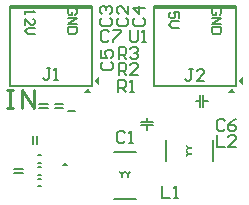
<source format=gbr>
%TF.GenerationSoftware,Altium Limited,Altium Designer,23.4.1 (23)*%
G04 Layer_Color=65535*
%FSLAX45Y45*%
%MOMM*%
%TF.SameCoordinates,30DB59E4-3B06-4861-84B7-939192905612*%
%TF.FilePolarity,Positive*%
%TF.FileFunction,Legend,Top*%
%TF.Part,Single*%
G01*
G75*
%TA.AperFunction,NonConductor*%
%ADD30C,0.25400*%
%ADD33C,0.15000*%
%ADD34C,0.20000*%
G36*
X525000Y348589D02*
X557158Y310000D01*
X492843D01*
X525000Y348589D01*
D02*
G37*
G36*
X713920Y969294D02*
X746078Y930706D01*
X681763D01*
X713920Y969294D01*
D02*
G37*
G36*
X770705Y1028921D02*
X809293Y1061079D01*
Y996764D01*
X770705Y1028921D01*
D02*
G37*
G36*
X1933921Y969294D02*
X1966079Y930706D01*
X1901764D01*
X1933921Y969294D01*
D02*
G37*
G36*
X1990705Y1028921D02*
X2029294Y1061079D01*
Y996764D01*
X1990705Y1028921D01*
D02*
G37*
D30*
X35400Y957751D02*
X86183D01*
X60792D01*
Y805400D01*
X35400D01*
X86183D01*
X162359D02*
Y957751D01*
X263926Y805400D01*
Y957751D01*
D33*
X1594846Y416097D02*
G03*
X1550849Y396884I-14797J-26097D01*
G01*
X1594804Y466093D02*
G03*
X1595091Y414072I-14804J-26093D01*
G01*
X1550438Y483752D02*
G03*
X1594812Y464037I29342J6247D01*
G01*
X1006097Y215154D02*
G03*
X986884Y259151I-26097J14797D01*
G01*
X1056093Y215196D02*
G03*
X1004072Y214909I-26093J14804D01*
G01*
X1073752Y259562D02*
G03*
X1054038Y215188I6247J-29342D01*
G01*
X1280000Y1645000D02*
X1970000D01*
Y990000D02*
Y1670000D01*
X1280000D02*
X1970000D01*
X1280000Y990000D02*
Y1670000D01*
Y990000D02*
X1970000D01*
X298000Y302000D02*
X322000D01*
X298000Y238000D02*
X322000D01*
X298000Y338000D02*
X322000D01*
X298000Y402000D02*
X322000D01*
X550000Y780000D02*
X610000D01*
X435000Y835000D02*
X505000D01*
X435000Y805000D02*
X505000D01*
X298000Y202000D02*
X322000D01*
X298000Y138000D02*
X322000D01*
X95000Y285000D02*
X165000D01*
X95000Y255000D02*
X165000D01*
X255000Y495000D02*
Y565000D01*
X285000Y495000D02*
Y565000D01*
X305000Y835000D02*
X375000D01*
X305000Y805000D02*
X375000D01*
X1220000Y655000D02*
X1220073Y620000D01*
Y685000D02*
Y720000D01*
X1170000Y685000D02*
X1270000D01*
X1170000Y655000D02*
X1270000D01*
X1630000Y859927D02*
X1665000Y860000D01*
X1695000Y859927D02*
X1730000D01*
X1695000Y810000D02*
Y910000D01*
X1665000Y810000D02*
Y910000D01*
X1380000Y350000D02*
Y530000D01*
X1780000Y350000D02*
Y530000D01*
X940000Y430000D02*
X1120000D01*
X940000Y30000D02*
X1120000D01*
X59999Y1645000D02*
X749999D01*
Y990000D02*
Y1670000D01*
X59999D02*
X749999D01*
X59999Y990000D02*
Y1670000D01*
Y990000D02*
X749999D01*
X1484974Y1561684D02*
Y1615000D01*
X1444987D01*
X1458316Y1588342D01*
Y1575013D01*
X1444987Y1561684D01*
X1418329D01*
X1405000Y1575013D01*
Y1601671D01*
X1418329Y1615000D01*
X1484974Y1535026D02*
X1431658D01*
X1405000Y1508368D01*
X1431658Y1481710D01*
X1484974D01*
X184999Y1625000D02*
Y1598342D01*
Y1611671D01*
X264974D01*
X251645Y1625000D01*
X184999Y1505039D02*
Y1558355D01*
X238315Y1505039D01*
X251645D01*
X264974Y1518368D01*
Y1545026D01*
X251645Y1558355D01*
X264974Y1478381D02*
X211657D01*
X184999Y1451723D01*
X211657Y1425064D01*
X264974D01*
X1831645Y1591684D02*
X1844974Y1605013D01*
Y1631671D01*
X1831645Y1645000D01*
X1778329D01*
X1765000Y1631671D01*
Y1605013D01*
X1778329Y1591684D01*
X1804987D01*
Y1618342D01*
X1765000Y1565026D02*
X1844974D01*
X1765000Y1511710D01*
X1844974D01*
Y1485052D02*
X1765000D01*
Y1445064D01*
X1778329Y1431736D01*
X1831645D01*
X1844974Y1445064D01*
Y1485052D01*
X611645Y1591684D02*
X624974Y1605013D01*
Y1631671D01*
X611645Y1645000D01*
X558329D01*
X544999Y1631671D01*
Y1605013D01*
X558329Y1591684D01*
X584987D01*
Y1618342D01*
X544999Y1565026D02*
X624974D01*
X544999Y1511710D01*
X624974D01*
Y1485052D02*
X544999D01*
Y1445064D01*
X558329Y1431736D01*
X611645D01*
X624974Y1445064D01*
Y1485052D01*
D34*
X1603339Y1129984D02*
X1570016D01*
X1586678D01*
Y1046678D01*
X1570016Y1030016D01*
X1553355D01*
X1536694Y1046678D01*
X1703306Y1030016D02*
X1636661D01*
X1703306Y1096661D01*
Y1113323D01*
X1686645Y1129984D01*
X1653323D01*
X1636661Y1113323D01*
X976693Y1080016D02*
Y1179984D01*
X1026677D01*
X1043339Y1163323D01*
Y1130000D01*
X1026677Y1113339D01*
X976693D01*
X1010016D02*
X1043339Y1080016D01*
X1143306D02*
X1076661D01*
X1143306Y1146661D01*
Y1163323D01*
X1126645Y1179984D01*
X1093323D01*
X1076661Y1163323D01*
X976693Y1220016D02*
Y1319984D01*
X1026677D01*
X1043339Y1303323D01*
Y1270000D01*
X1026677Y1253339D01*
X976693D01*
X1010016D02*
X1043339Y1220016D01*
X1076661Y1303323D02*
X1093323Y1319984D01*
X1126645D01*
X1143306Y1303323D01*
Y1286661D01*
X1126645Y1270000D01*
X1109984D01*
X1126645D01*
X1143306Y1253339D01*
Y1236677D01*
X1126645Y1220016D01*
X1093323D01*
X1076661Y1236677D01*
X1073355Y1459984D02*
Y1376677D01*
X1090016Y1360016D01*
X1123339D01*
X1140000Y1376677D01*
Y1459984D01*
X1173323Y1360016D02*
X1206645D01*
X1189984D01*
Y1459984D01*
X1173323Y1443322D01*
X1116677Y1563339D02*
X1100016Y1546677D01*
Y1513355D01*
X1116677Y1496693D01*
X1183323D01*
X1199984Y1513355D01*
Y1546677D01*
X1183323Y1563339D01*
X1199984Y1646645D02*
X1100016D01*
X1150000Y1596661D01*
Y1663306D01*
X976677Y1563338D02*
X960016Y1546677D01*
Y1513355D01*
X976677Y1496693D01*
X1043322D01*
X1059984Y1513355D01*
Y1546677D01*
X1043322Y1563338D01*
X1059984Y1663306D02*
Y1596661D01*
X993339Y1663306D01*
X976677D01*
X960016Y1646645D01*
Y1613322D01*
X976677Y1596661D01*
X973355Y940016D02*
Y1039984D01*
X1023339D01*
X1040000Y1023323D01*
Y990000D01*
X1023339Y973339D01*
X973355D01*
X1006677D02*
X1040000Y940016D01*
X1073323D02*
X1106645D01*
X1089984D01*
Y1039984D01*
X1073323Y1023323D01*
X846678Y1193339D02*
X830016Y1176678D01*
Y1143355D01*
X846678Y1126694D01*
X913323D01*
X929984Y1143355D01*
Y1176678D01*
X913323Y1193339D01*
X830016Y1293307D02*
Y1226662D01*
X880000D01*
X863339Y1259984D01*
Y1276645D01*
X880000Y1293307D01*
X913323D01*
X929984Y1276645D01*
Y1243323D01*
X913323Y1226662D01*
X893339Y1443322D02*
X876677Y1459984D01*
X843355D01*
X826694Y1443322D01*
Y1376677D01*
X843355Y1360016D01*
X876677D01*
X893339Y1376677D01*
X926661Y1459984D02*
X993306D01*
Y1443322D01*
X926661Y1376677D01*
Y1360016D01*
X836678Y1563339D02*
X820016Y1546677D01*
Y1513355D01*
X836678Y1496693D01*
X903323D01*
X919984Y1513355D01*
Y1546677D01*
X903323Y1563339D01*
X836678Y1596661D02*
X820016Y1613323D01*
Y1646645D01*
X836678Y1663306D01*
X853339D01*
X870000Y1646645D01*
Y1629984D01*
Y1646645D01*
X886661Y1663306D01*
X903323D01*
X919984Y1646645D01*
Y1613323D01*
X903323Y1596661D01*
X1030000Y593322D02*
X1013339Y609984D01*
X980016D01*
X963355Y593322D01*
Y526677D01*
X980016Y510016D01*
X1013339D01*
X1030000Y526677D01*
X1063323Y510016D02*
X1096645D01*
X1079984D01*
Y609984D01*
X1063323Y593322D01*
X1873339Y693322D02*
X1856678Y709984D01*
X1823355D01*
X1806694Y693322D01*
Y626677D01*
X1823355Y610016D01*
X1856678D01*
X1873339Y626677D01*
X1973306Y709984D02*
X1939984Y693322D01*
X1906661Y660000D01*
Y626677D01*
X1923323Y610016D01*
X1956645D01*
X1973306Y626677D01*
Y643339D01*
X1956645Y660000D01*
X1906661D01*
X1806694Y569984D02*
Y470016D01*
X1873339D01*
X1973306D02*
X1906661D01*
X1973306Y536661D01*
Y553322D01*
X1956645Y569984D01*
X1923323D01*
X1906661Y553322D01*
X1343355Y139984D02*
Y40016D01*
X1410000D01*
X1443323D02*
X1476645D01*
X1459984D01*
Y139984D01*
X1443323Y123323D01*
X400000Y1139984D02*
X366677D01*
X383339D01*
Y1056678D01*
X366677Y1040016D01*
X350016D01*
X333355Y1056678D01*
X433323Y1040016D02*
X466645D01*
X449984D01*
Y1139984D01*
X433323Y1123323D01*
%TF.MD5,4ed108576d4c0e8b9884c628fede007d*%
M02*

</source>
